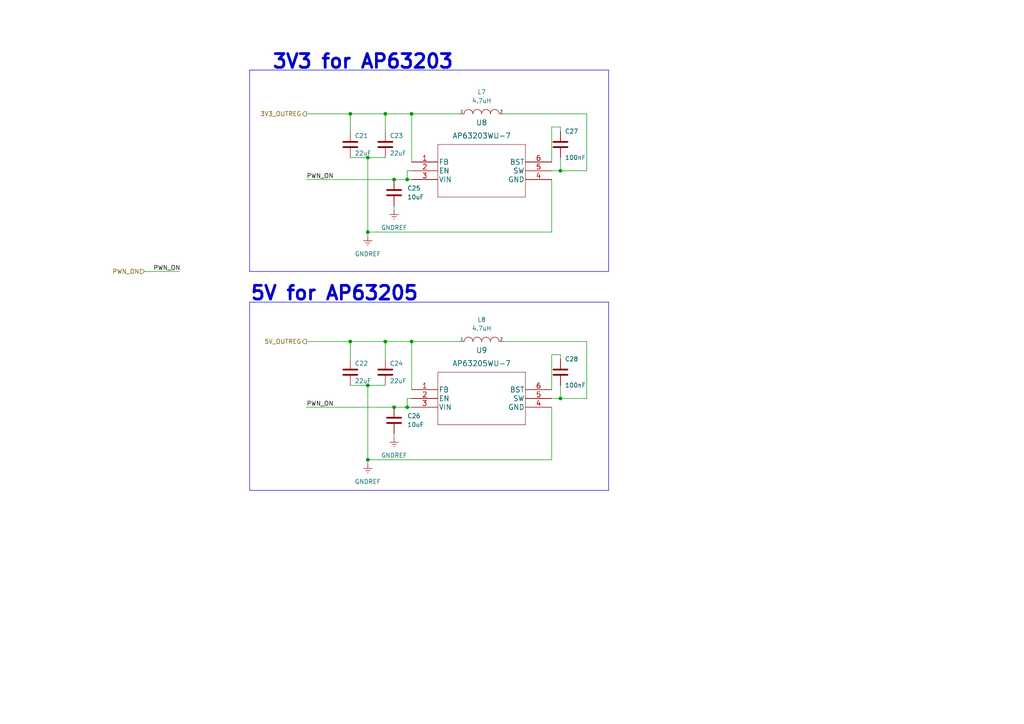
<source format=kicad_sch>
(kicad_sch (version 20230121) (generator eeschema)
  (paper "A4")
  (lib_symbols
    (symbol "AP63203WU-7:AP63203WU-7" (pin_names (offset 0.254))
      (property "Reference" "U" (at 20.32 10.16 0))
      (property "Value" "AP63203WU-7" (at 20.32 7.62 0))
      (symbol "AP63203WU-7_1_1"
        (polyline (pts (xy 7.62 -10.16) (xy 33.02 -10.16)) (stroke (width 0.127)))
        (polyline (pts (xy 7.62 5.08) (xy 7.62 -10.16)) (stroke (width 0.127)))
        (polyline (pts (xy 33.02 -10.16) (xy 33.02 5.08)) (stroke (width 0.127)))
        (polyline (pts (xy 33.02 5.08) (xy 7.62 5.08)) (stroke (width 0.127)))
        (pin output line (at 0 0 0) (length 7.62) (name "FB") (number "1"))
        (pin input line (at 0 -2.54 0) (length 7.62) (name "EN") (number "2"))
        (pin power_in line (at 0 -5.08 0) (length 7.62) (name "VIN") (number "3"))
        (pin power_in line (at 40.64 -5.08 180) (length 7.62) (name "GND") (number "4"))
        (pin output line (at 40.64 -2.54 180) (length 7.62) (name "SW") (number "5"))
        (pin input line (at 40.64 0 180) (length 7.62) (name "BST") (number "6"))
      )
    )
    (symbol "AP63205WU-7:AP63205WU-7" (pin_names (offset 0.254))
      (property "Reference" "U" (at 20.32 10.16 0))
      (property "Value" "AP63205WU-7" (at 20.32 7.62 0))
      (symbol "AP63205WU-7_1_1"
        (polyline (pts (xy 7.62 -10.16) (xy 33.02 -10.16)) (stroke (width 0.127)))
        (polyline (pts (xy 7.62 5.08) (xy 7.62 -10.16)) (stroke (width 0.127)))
        (polyline (pts (xy 33.02 -10.16) (xy 33.02 5.08)) (stroke (width 0.127)))
        (polyline (pts (xy 33.02 5.08) (xy 7.62 5.08)) (stroke (width 0.127)))
        (pin unspecified line (at 0 0 0) (length 7.62) (name "FB") (number "1"))
        (pin unspecified line (at 0 -2.54 0) (length 7.62) (name "EN") (number "2"))
        (pin unspecified line (at 0 -5.08 0) (length 7.62) (name "VIN") (number "3"))
        (pin power_in line (at 40.64 -5.08 180) (length 7.62) (name "GND") (number "4"))
        (pin unspecified line (at 40.64 -2.54 180) (length 7.62) (name "SW") (number "5"))
        (pin unspecified line (at 40.64 0 180) (length 7.62) (name "BST") (number "6"))
      )
    )
    (symbol "Device:C" (pin_numbers hide) (pin_names (offset 0.254))
      (property "Reference" "C" (at 0.635 2.54 0))
      (property "Value" "C" (at 0.635 -2.54 0))
      (symbol "C_0_1"
        (polyline (pts (xy -2.032 -0.762) (xy 2.032 -0.762)) (stroke (width 0.508)))
        (polyline (pts (xy -2.032 0.762) (xy 2.032 0.762)) (stroke (width 0.508)))
      )
      (symbol "C_1_1"
        (pin passive line (at 0 3.81 270) (length 2.794) (name "~") (number "1"))
        (pin passive line (at 0 -3.81 90) (length 2.794) (name "~") (number "2"))
      )
    )
    (symbol "power:GNDREF" (power) (pin_names (offset 0))
      (property "Value" "GNDREF" (at 0 -3.81 0))
      (symbol "GNDREF_0_1"
        (polyline (pts (xy -0.635 -1.905) (xy 0.635 -1.905)))
        (polyline (pts (xy -0.127 -2.54) (xy 0.127 -2.54)))
        (polyline (pts (xy 0 -1.27) (xy 0 0)))
        (polyline (pts (xy 1.27 -1.27) (xy -1.27 -1.27)))
      )
      (symbol "GNDREF_1_1"
        (pin power_in line (at 0 0 270) (length 0) hide (name "GNDREF") (number "1"))
      )
    )
    (symbol "pspice:INDUCTOR" (pin_numbers hide) (pin_names (offset 0))
      (property "Reference" "L" (at 0 2.54 0))
      (property "Value" "INDUCTOR" (at 0 -1.27 0))
      (symbol "INDUCTOR_0_1"
        (arc (start -2.54 0) (mid -3.81 1.2645) (end -5.08 0))
        (arc (start 0 0) (mid -1.27 1.2645) (end -2.54 0))
        (arc (start 2.54 0) (mid 1.27 1.2645) (end 0 0))
        (arc (start 5.08 0) (mid 3.81 1.2645) (end 2.54 0))
      )
      (symbol "INDUCTOR_1_1"
        (pin input line (at -6.35 0 0) (length 1.27) (name "1") (number "1"))
        (pin input line (at 6.35 0 180) (length 1.27) (name "2") (number "2"))
      )
    )
  )
  (junction (at 106.68 111.76))
  (junction (at 119.38 33.02))
  (junction (at 162.56 49.53))
  (junction (at 119.38 99.06))
  (junction (at 118.11 52.07))
  (junction (at 106.68 67.31))
  (junction (at 114.3 118.11))
  (junction (at 111.76 33.02))
  (junction (at 101.6 99.06))
  (junction (at 106.68 45.72))
  (junction (at 101.6 33.02))
  (junction (at 162.56 115.57))
  (junction (at 118.11 118.11))
  (junction (at 114.3 52.07))
  (junction (at 111.76 99.06))
  (junction (at 106.68 133.35))
  (wire (pts (xy 170.18 99.06) (xy 170.18 115.57)))
  (wire (pts (xy 170.18 33.02) (xy 146.05 33.02)))
  (wire (pts (xy 106.68 111.76) (xy 111.76 111.76)))
  (wire (pts (xy 88.9 118.11) (xy 114.3 118.11)))
  (polyline (pts (xy 176.53 142.24) (xy 72.39 142.24)))
  (wire (pts (xy 106.68 67.31) (xy 160.02 67.31)))
  (polyline (pts (xy 176.53 87.63) (xy 176.53 142.24)))
  (wire (pts (xy 170.18 33.02) (xy 170.18 49.53)))
  (wire (pts (xy 101.6 99.06) (xy 111.76 99.06)))
  (polyline (pts (xy 176.53 20.32) (xy 176.53 78.74)))
  (wire (pts (xy 118.11 118.11) (xy 119.38 118.11)))
  (wire (pts (xy 114.3 52.07) (xy 118.11 52.07)))
  (wire (pts (xy 111.76 99.06) (xy 111.76 104.14)))
  (polyline (pts (xy 72.39 142.24) (xy 72.39 87.63)))
  (wire (pts (xy 106.68 67.31) (xy 106.68 68.58)))
  (polyline (pts (xy 72.39 20.32) (xy 72.39 78.74)))
  (wire (pts (xy 162.56 115.57) (xy 170.18 115.57)))
  (wire (pts (xy 41.91 78.74) (xy 52.07 78.74)))
  (wire (pts (xy 119.38 33.02) (xy 133.35 33.02)))
  (wire (pts (xy 162.56 38.1) (xy 162.56 36.83)))
  (wire (pts (xy 114.3 125.73) (xy 114.3 127)))
  (wire (pts (xy 162.56 102.87) (xy 160.02 102.87)))
  (wire (pts (xy 101.6 45.72) (xy 106.68 45.72)))
  (wire (pts (xy 106.68 133.35) (xy 106.68 134.62)))
  (wire (pts (xy 118.11 52.07) (xy 119.38 52.07)))
  (wire (pts (xy 114.3 118.11) (xy 118.11 118.11)))
  (wire (pts (xy 119.38 49.53) (xy 118.11 49.53)))
  (wire (pts (xy 106.68 111.76) (xy 106.68 133.35)))
  (wire (pts (xy 162.56 45.72) (xy 162.56 49.53)))
  (wire (pts (xy 162.56 104.14) (xy 162.56 102.87)))
  (polyline (pts (xy 73.66 87.63) (xy 176.53 87.63)))
  (wire (pts (xy 101.6 33.02) (xy 101.6 38.1)))
  (wire (pts (xy 160.02 115.57) (xy 162.56 115.57)))
  (wire (pts (xy 119.38 99.06) (xy 133.35 99.06)))
  (wire (pts (xy 106.68 133.35) (xy 160.02 133.35)))
  (wire (pts (xy 162.56 49.53) (xy 170.18 49.53)))
  (wire (pts (xy 111.76 33.02) (xy 111.76 38.1)))
  (wire (pts (xy 88.9 52.07) (xy 114.3 52.07)))
  (wire (pts (xy 111.76 33.02) (xy 119.38 33.02)))
  (wire (pts (xy 88.9 33.02) (xy 101.6 33.02)))
  (wire (pts (xy 106.68 45.72) (xy 106.68 67.31)))
  (wire (pts (xy 118.11 115.57) (xy 118.11 118.11)))
  (wire (pts (xy 162.56 111.76) (xy 162.56 115.57)))
  (polyline (pts (xy 72.39 87.63) (xy 73.66 87.63)))
  (wire (pts (xy 101.6 111.76) (xy 106.68 111.76)))
  (wire (pts (xy 160.02 113.03) (xy 160.02 102.87)))
  (wire (pts (xy 160.02 46.99) (xy 160.02 36.83)))
  (wire (pts (xy 101.6 33.02) (xy 111.76 33.02)))
  (wire (pts (xy 114.3 59.69) (xy 114.3 60.96)))
  (wire (pts (xy 119.38 46.99) (xy 119.38 33.02)))
  (wire (pts (xy 111.76 99.06) (xy 119.38 99.06)))
  (wire (pts (xy 119.38 115.57) (xy 118.11 115.57)))
  (wire (pts (xy 101.6 99.06) (xy 101.6 104.14)))
  (wire (pts (xy 162.56 36.83) (xy 160.02 36.83)))
  (wire (pts (xy 160.02 49.53) (xy 162.56 49.53)))
  (wire (pts (xy 160.02 133.35) (xy 160.02 118.11)))
  (polyline (pts (xy 176.53 78.74) (xy 72.39 78.74)))
  (wire (pts (xy 106.68 45.72) (xy 111.76 45.72)))
  (wire (pts (xy 160.02 67.31) (xy 160.02 52.07)))
  (wire (pts (xy 118.11 49.53) (xy 118.11 52.07)))
  (wire (pts (xy 88.9 99.06) (xy 101.6 99.06)))
  (wire (pts (xy 170.18 99.06) (xy 146.05 99.06)))
  (wire (pts (xy 119.38 113.03) (xy 119.38 99.06)))
  (polyline (pts (xy 72.39 20.32) (xy 176.53 20.32)))
  (text "5V for AP63205\n\n" (at 72.39 93.98 0) (effects (font (size 4 4) (thickness 0.8) bold) (justify left bottom)))
  (text "3V3 for AP63203\n" (at 78.74 20.32 0) (effects (font (size 4 4) (thickness 0.8) bold) (justify left bottom)))
  (label "PWN_ON" (at 88.9 118.11 0))
  (label "PWN_ON" (at 88.9 52.07 0))
  (label "PWN_ON" (at 44.45 78.74 0))
  (hierarchical_label "5V_OUTREG" (shape output) (at 88.9 99.06 180))
  (hierarchical_label "3V3_OUTREG" (shape output) (at 88.9 33.02 180))
  (hierarchical_label "PWN_ON" (shape input) (at 41.91 78.74 180))
  (symbol (lib_id "Device:C") (at 111.76 107.95 0) (unit 1)
    (property "Reference" "C24" (at 113.03 105.41 0) (effects (justify left)))
    (property "Value" "22uF" (at 113.03 110.49 0) (effects (justify left)))
  )
  (symbol (lib_id "Device:C") (at 162.56 107.95 0) (unit 1)
    (property "Reference" "C28" (at 163.83 104.14 0) (effects (justify left)))
    (property "Value" "100nF" (at 163.83 111.76 0) (effects (justify left)))
  )
  (symbol (lib_id "power:GNDREF") (at 106.68 134.62 0) (unit 1)
    (property "Reference" "#PWR061" (effects hide))
    (property "Value" "GNDREF" (at 106.68 139.7 0))
  )
  (symbol (lib_id "Device:C") (at 111.76 41.91 0) (unit 1)
    (property "Reference" "C23" (at 113.03 39.37 0) (effects (justify left)))
    (property "Value" "22uF" (at 113.03 44.45 0) (effects (justify left)))
  )
  (symbol (lib_id "AP63203WU-7:AP63203WU-7") (at 119.38 46.99 0) (unit 1)
    (property "Reference" "U8" (at 139.7 35.56 0) (effects (font (size 1.524 1.524))))
    (property "Value" "AP63203WU-7" (at 139.7 39.37 0) (effects (font (size 1.524 1.524))))
    (property "Footprint" "AP63203WU-7_DIO" (effects hide))
    (property "Datasheet" "https://www.diodes.com/assets/Datasheets/AP63200-AP63201-AP63203-AP63205.pdf" (effects hide))
    (property "URL" "https://www.digikey.ca/fr/products/detail/diodes-incorporated/AP63203WU-7/9858426" (effects hide))
    (property "MPN" "AP63203WU-7" (effects hide))
  )
  (symbol (lib_id "Device:C") (at 162.56 41.91 0) (unit 1)
    (property "Reference" "C27" (at 163.83 38.1 0) (effects (justify left)))
    (property "Value" "100nF" (at 163.83 45.72 0) (effects (justify left)))
  )
  (symbol (lib_id "power:GNDREF") (at 114.3 60.96 0) (unit 1)
    (property "Reference" "#PWR062" (effects hide))
    (property "Value" "GNDREF" (at 114.3 66.04 0))
  )
  (symbol (lib_id "power:GNDREF") (at 114.3 127 0) (unit 1)
    (property "Reference" "#PWR063" (effects hide))
    (property "Value" "GNDREF" (at 114.3 132.08 0))
  )
  (symbol (lib_id "Device:C") (at 101.6 41.91 0) (unit 1)
    (property "Reference" "C21" (at 102.87 39.37 0) (effects (justify left)))
    (property "Value" "22uF" (at 102.87 44.45 0) (effects (justify left)))
  )
  (symbol (lib_id "pspice:INDUCTOR") (at 139.7 99.06 0) (unit 1)
    (property "Reference" "L8" (at 139.7 92.71 0))
    (property "Value" "4.7uH" (at 139.7 95.25 0))
  )
  (symbol (lib_id "pspice:INDUCTOR") (at 139.7 33.02 0) (unit 1)
    (property "Reference" "L7" (at 139.7 26.67 0))
    (property "Value" "4.7uH" (at 139.7 29.21 0))
  )
  (symbol (lib_id "Device:C") (at 114.3 121.92 0) (unit 1)
    (property "Reference" "C26" (at 118.11 120.6499 0) (effects (justify left)))
    (property "Value" "10uF" (at 118.11 123.1899 0) (effects (justify left)))
    (property "Footprint" "Capacitor_SMD:C_1206_3216Metric_Pad1.33x1.80mm_HandSolder" (effects hide))
    (property "Datasheet" "https://media.digikey.com/pdf/Data%20Sheets/Samsung%20PDFs/CL31B106KAHNNNE_Spec.pdf" (effects hide))
    (property "MPN" "CL31B106KAHNNNE" (effects hide))
    (property "Supplier Link" "https://www.digikey.ca/en/products/detail/samsung-electro-mechanics/CL31B106KAHNNNE/3887462" (effects hide))
  )
  (symbol (lib_id "Device:C") (at 101.6 107.95 0) (unit 1)
    (property "Reference" "C22" (at 102.87 105.41 0) (effects (justify left)))
    (property "Value" "22uF" (at 102.87 110.49 0) (effects (justify left)))
  )
  (symbol (lib_id "power:GNDREF") (at 106.68 68.58 0) (unit 1)
    (property "Reference" "#PWR060" (effects hide))
    (property "Value" "GNDREF" (at 106.68 73.66 0))
  )
  (symbol (lib_id "Device:C") (at 114.3 55.88 0) (unit 1)
    (property "Reference" "C25" (at 118.11 54.6099 0) (effects (justify left)))
    (property "Value" "10uF" (at 118.11 57.1499 0) (effects (justify left)))
    (property "Footprint" "Capacitor_SMD:C_1206_3216Metric_Pad1.33x1.80mm_HandSolder" (effects hide))
    (property "Datasheet" "https://media.digikey.com/pdf/Data%20Sheets/Samsung%20PDFs/CL31B106KAHNNNE_Spec.pdf" (effects hide))
    (property "MPN" "CL31B106KAHNNNE" (effects hide))
    (property "Supplier Link" "https://www.digikey.ca/en/products/detail/samsung-electro-mechanics/CL31B106KAHNNNE/3887462" (effects hide))
  )
  (symbol (lib_id "AP63205WU-7:AP63205WU-7") (at 119.38 113.03 0) (unit 1)
    (property "Reference" "U9" (at 139.7 101.6 0) (effects (font (size 1.524 1.524))))
    (property "Value" "AP63205WU-7" (at 139.7 105.41 0) (effects (font (size 1.524 1.524))))
    (property "Footprint" "SOIC_05WU-7_DIO" (effects hide))
    (property "Datasheet" "https://www.diodes.com/assets/Datasheets/AP63200-AP63201-AP63203-AP63205.pdf" (effects hide))
    (property "URL" "https://www.digikey.ca/fr/products/detail/diodes-incorporated/AP63205WU-7/9858424" (effects hide))
    (property "MPN" "AP63205WU-7" (effects hide))
  )
)
</source>
